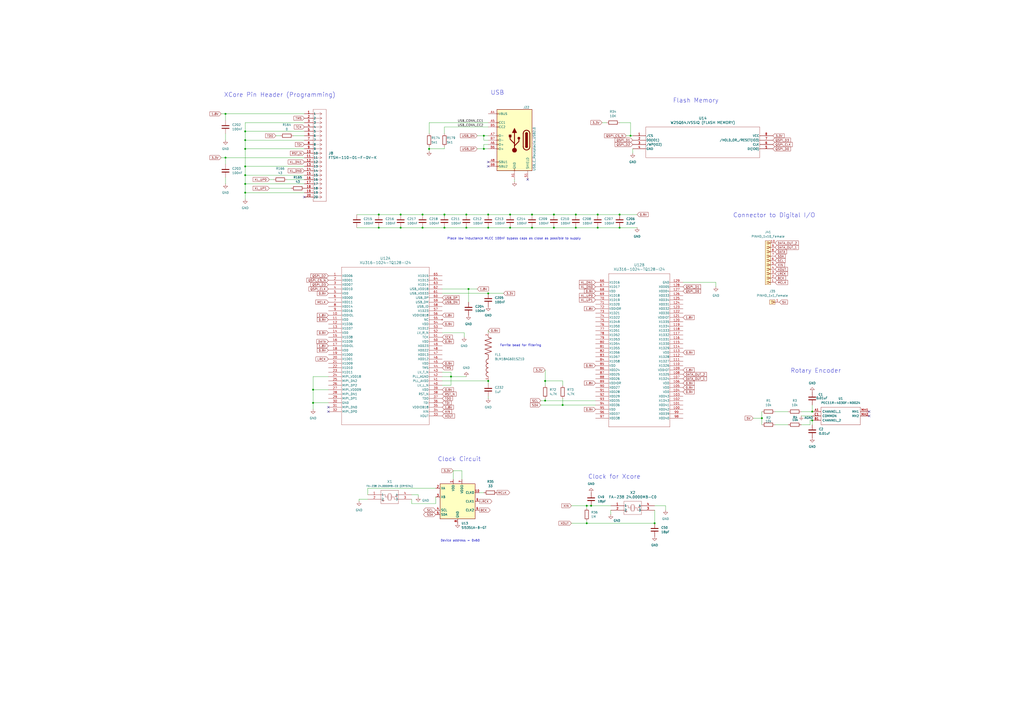
<source format=kicad_sch>
(kicad_sch (version 20231120) (generator "eeschema") (generator_version "8.0")
  (paper "A2")
  (title_block (title "XCORE") (company "Michael Meyers"))
  (junction (at 359.41 124.46))
  (junction (at 283.21 132.08))
  (junction (at 280.67 78.74))
  (junction (at 365.76 78.74))
  (junction (at 142.24 106.68))
  (junction (at 359.41 132.08))
  (junction (at 219.71 132.08))
  (junction (at 316.23 232.41))
  (junction (at 245.11 124.46))
  (junction (at 295.91 124.46))
  (junction (at 248.92 86.36))
  (junction (at 142.24 81.28))
  (junction (at 379.73 303.53))
  (junction (at 441.96 242.57))
  (junction (at 142.24 76.2))
  (junction (at 283.21 220.98))
  (junction (at 471.17 243.84))
  (junction (at 130.81 66.04))
  (junction (at 130.81 91.44))
  (junction (at 257.81 132.08))
  (junction (at 142.24 101.6))
  (junction (at 295.91 132.08))
  (junction (at 181.61 226.06))
  (junction (at 326.39 234.95))
  (junction (at 283.21 170.18))
  (junction (at 232.41 124.46))
  (junction (at 308.61 132.08))
  (junction (at 142.24 96.52))
  (junction (at 316.23 220.98))
  (junction (at 308.61 124.46))
  (junction (at 321.31 124.46))
  (junction (at 283.21 124.46))
  (junction (at 334.01 132.08))
  (junction (at 270.51 132.08))
  (junction (at 142.24 86.36))
  (junction (at 346.71 124.46))
  (junction (at 142.24 111.76))
  (junction (at 261.62 218.44))
  (junction (at 340.36 293.37))
  (junction (at 245.11 132.08))
  (junction (at 334.01 124.46))
  (junction (at 342.9 293.37))
  (junction (at 471.17 238.76))
  (junction (at 232.41 132.08))
  (junction (at 346.71 132.08))
  (junction (at 257.81 124.46))
  (junction (at 181.61 233.68))
  (junction (at 271.78 167.64))
  (junction (at 321.31 132.08))
  (junction (at 340.36 303.53))
  (junction (at 280.67 86.36))
  (junction (at 270.51 124.46))
  (junction (at 219.71 124.46))
  (no_connect (at 283.21 93.98))
  (no_connect (at 306.07 104.14))
  (no_connect (at 504.19 241.3))
  (no_connect (at 190.5 236.22))
  (no_connect (at 176.53 114.3))
  (no_connect (at 190.5 238.76))
  (no_connect (at 283.21 96.52))
  (no_connect (at 504.19 238.76))
  (wire (pts (xy 280.67 81.28) (xy 280.67 78.74)))
  (wire (pts (xy 359.41 124.46) (xy 369.57 124.46)))
  (wire (pts (xy 248.92 87.63) (xy 248.92 86.36)))
  (wire (pts (xy 321.31 132.08) (xy 334.01 132.08)))
  (wire (pts (xy 142.24 111.76) (xy 176.53 111.76)))
  (wire (pts (xy 326.39 231.14) (xy 326.39 234.95)))
  (wire (pts (xy 283.21 229.87) (xy 283.21 231.14)))
  (wire (pts (xy 142.24 96.52) (xy 142.24 101.6)))
  (wire (pts (xy 379.73 293.37) (xy 386.08 293.37)))
  (wire (pts (xy 295.91 132.08) (xy 308.61 132.08)))
  (wire (pts (xy 340.36 293.37) (xy 342.9 293.37)))
  (wire (pts (xy 181.61 226.06) (xy 181.61 233.68)))
  (wire (pts (xy 363.22 78.74) (xy 365.76 78.74)))
  (wire (pts (xy 142.24 86.36) (xy 142.24 96.52)))
  (wire (pts (xy 170.18 78.74) (xy 176.53 78.74)))
  (wire (pts (xy 316.23 214.63) (xy 316.23 220.98)))
  (wire (pts (xy 252.73 292.1) (xy 252.73 288.29)))
  (wire (pts (xy 156.21 109.22) (xy 168.91 109.22)))
  (wire (pts (xy 142.24 106.68) (xy 142.24 111.76)))
  (wire (pts (xy 396.24 163.83) (xy 415.29 163.83)))
  (wire (pts (xy 238.76 287.02) (xy 242.57 287.02)))
  (wire (pts (xy 248.92 77.47) (xy 248.92 71.12)))
  (wire (pts (xy 346.71 132.08) (xy 359.41 132.08)))
  (wire (pts (xy 316.23 220.98) (xy 326.39 220.98)))
  (wire (pts (xy 242.57 287.02) (xy 242.57 288.29)))
  (wire (pts (xy 283.21 220.98) (xy 256.54 220.98)))
  (wire (pts (xy 298.45 105.41) (xy 298.45 104.14)))
  (wire (pts (xy 276.86 78.74) (xy 280.67 78.74)))
  (wire (pts (xy 331.47 293.37) (xy 340.36 293.37)))
  (wire (pts (xy 436.88 242.57) (xy 441.96 242.57)))
  (wire (pts (xy 256.54 167.64) (xy 271.78 167.64)))
  (wire (pts (xy 248.92 86.36) (xy 248.92 85.09)))
  (wire (pts (xy 248.92 86.36) (xy 257.81 86.36)))
  (wire (pts (xy 313.69 234.95) (xy 326.39 234.95)))
  (wire (pts (xy 232.41 124.46) (xy 245.11 124.46)))
  (wire (pts (xy 257.81 73.66) (xy 283.21 73.66)))
  (wire (pts (xy 208.28 289.56) (xy 213.36 289.56)))
  (wire (pts (xy 471.17 243.84) (xy 471.17 246.38)))
  (wire (pts (xy 386.08 293.37) (xy 386.08 295.91)))
  (wire (pts (xy 142.24 76.2) (xy 142.24 81.28)))
  (wire (pts (xy 270.51 124.46) (xy 283.21 124.46)))
  (wire (pts (xy 142.24 71.12) (xy 142.24 76.2)))
  (wire (pts (xy 449.58 246.38) (xy 457.2 246.38)))
  (wire (pts (xy 340.36 293.37) (xy 340.36 294.64)))
  (wire (pts (xy 130.81 66.04) (xy 176.53 66.04)))
  (wire (pts (xy 142.24 96.52) (xy 176.53 96.52)))
  (wire (pts (xy 283.21 220.98) (xy 283.21 222.25)))
  (wire (pts (xy 464.82 246.38) (xy 469.9 246.38)))
  (wire (pts (xy 130.81 91.44) (xy 130.81 95.25)))
  (wire (pts (xy 326.39 234.95) (xy 345.44 234.95)))
  (wire (pts (xy 142.24 101.6) (xy 176.53 101.6)))
  (wire (pts (xy 261.62 218.44) (xy 270.51 218.44)))
  (wire (pts (xy 334.01 132.08) (xy 346.71 132.08)))
  (wire (pts (xy 181.61 233.68) (xy 181.61 237.49)))
  (wire (pts (xy 128.27 66.04) (xy 130.81 66.04)))
  (wire (pts (xy 245.11 132.08) (xy 257.81 132.08)))
  (wire (pts (xy 342.9 293.37) (xy 354.33 293.37)))
  (wire (pts (xy 232.41 132.08) (xy 245.11 132.08)))
  (wire (pts (xy 142.24 76.2) (xy 176.53 76.2)))
  (wire (pts (xy 257.81 124.46) (xy 270.51 124.46)))
  (wire (pts (xy 142.24 101.6) (xy 142.24 106.68)))
  (wire (pts (xy 308.61 132.08) (xy 321.31 132.08)))
  (wire (pts (xy 256.54 193.04) (xy 269.24 193.04)))
  (wire (pts (xy 256.54 223.52) (xy 261.62 223.52)))
  (wire (pts (xy 181.61 226.06) (xy 190.5 226.06)))
  (wire (pts (xy 257.81 132.08) (xy 270.51 132.08)))
  (wire (pts (xy 207.01 124.46) (xy 219.71 124.46)))
  (wire (pts (xy 190.5 233.68) (xy 181.61 233.68)))
  (wire (pts (xy 245.11 124.46) (xy 257.81 124.46)))
  (wire (pts (xy 283.21 83.82) (xy 280.67 83.82)))
  (wire (pts (xy 316.23 231.14) (xy 316.23 232.41)))
  (wire (pts (xy 261.62 215.9) (xy 261.62 218.44)))
  (wire (pts (xy 256.54 215.9) (xy 261.62 215.9)))
  (wire (pts (xy 308.61 124.46) (xy 321.31 124.46)))
  (wire (pts (xy 313.69 232.41) (xy 316.23 232.41)))
  (wire (pts (xy 280.67 78.74) (xy 283.21 78.74)))
  (wire (pts (xy 316.23 223.52) (xy 316.23 220.98)))
  (wire (pts (xy 415.29 163.83) (xy 415.29 166.37)))
  (wire (pts (xy 142.24 81.28) (xy 142.24 86.36)))
  (wire (pts (xy 334.01 124.46) (xy 346.71 124.46)))
  (wire (pts (xy 219.71 132.08) (xy 232.41 132.08)))
  (wire (pts (xy 379.73 303.53) (xy 379.73 295.91)))
  (wire (pts (xy 283.21 191.77) (xy 283.21 193.04)))
  (wire (pts (xy 441.96 242.57) (xy 441.96 246.38)))
  (wire (pts (xy 359.41 71.12) (xy 365.76 71.12)))
  (wire (pts (xy 176.53 71.12) (xy 142.24 71.12)))
  (wire (pts (xy 295.91 124.46) (xy 308.61 124.46)))
  (wire (pts (xy 292.1 170.18) (xy 283.21 170.18)))
  (wire (pts (xy 181.61 218.44) (xy 181.61 226.06)))
  (wire (pts (xy 321.31 124.46) (xy 334.01 124.46)))
  (wire (pts (xy 449.58 238.76) (xy 457.2 238.76)))
  (wire (pts (xy 130.81 102.87) (xy 130.81 106.68)))
  (wire (pts (xy 365.76 71.12) (xy 365.76 78.74)))
  (wire (pts (xy 280.67 86.36) (xy 283.21 86.36)))
  (wire (pts (xy 238.76 289.56) (xy 238.76 292.1)))
  (wire (pts (xy 267.97 273.05) (xy 262.89 273.05)))
  (wire (pts (xy 359.41 132.08) (xy 369.57 132.08)))
  (wire (pts (xy 269.24 193.04) (xy 269.24 195.58)))
  (wire (pts (xy 130.81 91.44) (xy 176.53 91.44)))
  (wire (pts (xy 142.24 86.36) (xy 176.53 86.36)))
  (wire (pts (xy 257.81 86.36) (xy 257.81 85.09)))
  (wire (pts (xy 471.17 234.95) (xy 471.17 238.76)))
  (wire (pts (xy 271.78 167.64) (xy 271.78 175.26)))
  (wire (pts (xy 256.54 170.18) (xy 283.21 170.18)))
  (wire (pts (xy 464.82 241.3) (xy 471.17 241.3)))
  (wire (pts (xy 283.21 81.28) (xy 280.67 81.28)))
  (wire (pts (xy 316.23 232.41) (xy 345.44 232.41)))
  (wire (pts (xy 270.51 132.08) (xy 283.21 132.08)))
  (wire (pts (xy 142.24 111.76) (xy 142.24 115.57)))
  (wire (pts (xy 271.78 167.64) (xy 276.86 167.64)))
  (wire (pts (xy 256.54 218.44) (xy 261.62 218.44)))
  (wire (pts (xy 130.81 77.47) (xy 130.81 81.28)))
  (wire (pts (xy 166.37 104.14) (xy 176.53 104.14)))
  (wire (pts (xy 262.89 273.05) (xy 262.89 278.13)))
  (wire (pts (xy 142.24 81.28) (xy 176.53 81.28)))
  (wire (pts (xy 367.03 86.36) (xy 367.03 88.9)))
  (wire (pts (xy 441.96 242.57) (xy 441.96 238.76)))
  (wire (pts (xy 349.25 71.12) (xy 351.79 71.12)))
  (wire (pts (xy 283.21 124.46) (xy 295.91 124.46)))
  (wire (pts (xy 248.92 71.12) (xy 283.21 71.12)))
  (wire (pts (xy 207.01 132.08) (xy 219.71 132.08)))
  (wire (pts (xy 219.71 124.46) (xy 232.41 124.46)))
  (wire (pts (xy 257.81 77.47) (xy 257.81 73.66)))
  (wire (pts (xy 331.47 303.53) (xy 340.36 303.53)))
  (wire (pts (xy 160.02 78.74) (xy 162.56 78.74)))
  (wire (pts (xy 208.28 289.56) (xy 208.28 290.83)))
  (wire (pts (xy 469.9 246.38) (xy 469.9 243.84)))
  (wire (pts (xy 346.71 124.46) (xy 359.41 124.46)))
  (wire (pts (xy 278.13 285.75) (xy 280.67 285.75)))
  (wire (pts (xy 213.36 283.21) (xy 252.73 283.21)))
  (wire (pts (xy 365.76 78.74) (xy 367.03 78.74)))
  (wire (pts (xy 280.67 83.82) (xy 280.67 86.36)))
  (wire (pts (xy 326.39 220.98) (xy 326.39 223.52)))
  (wire (pts (xy 257.81 124.46) (xy 257.81 125.73)))
  (wire (pts (xy 340.36 302.26) (xy 340.36 303.53)))
  (wire (pts (xy 464.82 238.76) (xy 471.17 238.76)))
  (wire (pts (xy 469.9 243.84) (xy 471.17 243.84)))
  (wire (pts (xy 142.24 106.68) (xy 176.53 106.68)))
  (wire (pts (xy 276.86 86.36) (xy 280.67 86.36)))
  (wire (pts (xy 340.36 303.53) (xy 379.73 303.53)))
  (wire (pts (xy 213.36 287.02) (xy 213.36 283.21)))
  (wire (pts (xy 354.33 295.91) (xy 354.33 298.45)))
  (wire (pts (xy 283.21 132.08) (xy 295.91 132.08)))
  (wire (pts (xy 130.81 66.04) (xy 130.81 69.85)))
  (wire (pts (xy 238.76 292.1) (xy 252.73 292.1)))
  (wire (pts (xy 190.5 218.44) (xy 181.61 218.44)))
  (wire (pts (xy 267.97 278.13) (xy 267.97 273.05)))
  (wire (pts (xy 156.21 104.14) (xy 158.75 104.14)))
  (wire (pts (xy 261.62 223.52) (xy 261.62 218.44)))
  (wire (pts (xy 128.27 91.44) (xy 130.81 91.44)))
  (text "Connector to Digital I/O" (at 449.072 124.968 0) (effects (font (size 2.54 2.54))))
  (text "Flash Memory" (at 403.606 58.42 0) (effects (font (size 2.54 2.54))))
  (text "Clock for Xcore\n" (at 356.362 276.606 0) (effects (font (size 2.54 2.54))))
  (text "XCore Pin Header (Programming)" (at 162.306 55.118 0) (effects (font (size 2.54 2.54))))
  (text "Place low inductance MLCC 100nF bypass caps as close as possible to supply" (at 298.196 138.43 0) (effects (font (size 1.27 1.27))))
  (text "Clock Circuit" (at 266.446 266.446 0) (effects (font (size 2.54 2.54))))
  (text "Ferrite bead for filtering\n" (at 302.006 200.406 0) (effects (font (size 1.27 1.27))))
  (text "USB" (at 288.544 53.848 0) (effects (font (size 2.54 2.54))))
  (text "Device address = 0x60" (at 266.954 313.69 0) (effects (font (size 1.27 1.27))))
  (text "Rotary Encoder" (at 473.202 215.138 0) (effects (font (size 2.54 2.54))))
  (label "USB_CONN_CC2" (at 265.43 73.66 0))
  (label "USB_CONN_CC1" (at 265.43 71.12 0))
  (global_label "MCLK" (shape output) (at 288.29 285.75 0) (property "Intersheetrefs" "${INTERSHEET_REFS}" (effects (hide yes))))
  (global_label "XL_UP0" (shape input) (at 345.44 171.45 180) (property "Intersheetrefs" "${INTERSHEET_REFS}" (effects (hide yes))))
  (global_label "1.8V" (shape input) (at 345.44 179.07 180) (property "Intersheetrefs" "${INTERSHEET_REFS}" (effects (hide yes))))
  (global_label "TMS" (shape input) (at 176.53 68.58 180) (property "Intersheetrefs" "${INTERSHEET_REFS}" (effects (hide yes))))
  (global_label "TDO" (shape input) (at 160.02 78.74 180) (property "Intersheetrefs" "${INTERSHEET_REFS}" (effects (hide yes))))
  (global_label "XIN" (shape input) (at 256.54 238.76 0) (property "Intersheetrefs" "${INTERSHEET_REFS}" (effects (hide yes))))
  (global_label "3.3V" (shape input) (at 292.1 170.18 0) (property "Intersheetrefs" "${INTERSHEET_REFS}" (effects (hide yes))))
  (global_label "DATA_OUT_1" (shape input) (at 396.24 219.71 0) (property "Intersheetrefs" "${INTERSHEET_REFS}" (effects (hide yes))))
  (global_label "0.9V" (shape input) (at 396.24 222.25 0) (property "Intersheetrefs" "${INTERSHEET_REFS}" (effects (hide yes))))
  (global_label "0.9V" (shape input) (at 345.44 168.91 180) (property "Intersheetrefs" "${INTERSHEET_REFS}" (effects (hide yes))))
  (global_label "3.3V" (shape input) (at 316.23 214.63 180) (property "Intersheetrefs" "${INTERSHEET_REFS}" (effects (hide yes))))
  (global_label "0.9V" (shape input) (at 190.5 193.04 180) (property "Intersheetrefs" "${INTERSHEET_REFS}" (effects (hide yes))))
  (global_label "DATA_OUT_2" (shape input) (at 396.24 217.17 0) (property "Intersheetrefs" "${INTERSHEET_REFS}" (effects (hide yes))))
  (global_label "SCL" (shape input) (at 313.69 232.41 180) (property "Intersheetrefs" "${INTERSHEET_REFS}" (effects (hide yes))))
  (global_label "TCK" (shape input) (at 256.54 195.58 0) (property "Intersheetrefs" "${INTERSHEET_REFS}" (effects (hide yes))))
  (global_label "5V" (shape input) (at 452.12 175.26 0) (property "Intersheetrefs" "${INTERSHEET_REFS}" (effects (hide yes))))
  (global_label "TDO" (shape input) (at 256.54 231.14 0) (property "Intersheetrefs" "${INTERSHEET_REFS}" (effects (hide yes))))
  (global_label "SDA" (shape input) (at 313.69 234.95 180) (property "Intersheetrefs" "${INTERSHEET_REFS}" (effects (hide yes))))
  (global_label "MCLK" (shape input) (at 449.58 163.83 0) (property "Intersheetrefs" "${INTERSHEET_REFS}" (effects (hide yes))))
  (global_label "QSPI_D0" (shape input) (at 396.24 168.91 0) (property "Intersheetrefs" "${INTERSHEET_REFS}" (effects (hide yes))))
  (global_label "3.3V" (shape input) (at 262.89 273.05 180) (property "Intersheetrefs" "${INTERSHEET_REFS}" (effects (hide yes))))
  (global_label "LRCK" (shape input) (at 449.58 158.75 0) (property "Intersheetrefs" "${INTERSHEET_REFS}" (effects (hide yes))))
  (global_label "QSPI_CS_N" (shape input) (at 363.22 78.74 180) (property "Intersheetrefs" "${INTERSHEET_REFS}" (effects (hide yes))))
  (global_label "3.3V" (shape input) (at 448.31 78.74 0) (property "Intersheetrefs" "${INTERSHEET_REFS}" (effects (hide yes))))
  (global_label "XOUT" (shape input) (at 256.54 241.3 0) (property "Intersheetrefs" "${INTERSHEET_REFS}" (effects (hide yes))))
  (global_label "1.8V" (shape input) (at 396.24 184.15 0) (property "Intersheetrefs" "${INTERSHEET_REFS}" (effects (hide yes))))
  (global_label "XOUT" (shape input) (at 331.47 303.53 180) (property "Intersheetrefs" "${INTERSHEET_REFS}" (effects (hide yes))))
  (global_label "QSPI_CLK" (shape input) (at 448.31 83.82 0) (property "Intersheetrefs" "${INTERSHEET_REFS}" (effects (hide yes))))
  (global_label "0.9V" (shape input) (at 369.57 124.46 0) (property "Intersheetrefs" "${INTERSHEET_REFS}" (effects (hide yes))))
  (global_label "1.8V" (shape input) (at 396.24 214.63 0) (property "Intersheetrefs" "${INTERSHEET_REFS}" (effects (hide yes))))
  (global_label "1.8V" (shape input) (at 128.27 66.04 180) (property "Intersheetrefs" "${INTERSHEET_REFS}" (effects (hide yes))))
  (global_label "XOUT" (shape input) (at 449.58 156.21 0) (property "Intersheetrefs" "${INTERSHEET_REFS}" (effects (hide yes))))
  (global_label "QSPI_CLK" (shape input) (at 190.5 167.64 180) (property "Intersheetrefs" "${INTERSHEET_REFS}" (effects (hide yes))))
  (global_label "BCK" (shape output) (at 278.13 295.91 0) (property "Intersheetrefs" "${INTERSHEET_REFS}" (effects (hide yes))))
  (global_label "1.8V" (shape input) (at 190.5 200.66 180) (property "Intersheetrefs" "${INTERSHEET_REFS}" (effects (hide yes))))
  (global_label "SDA" (shape bidirectional) (at 252.73 298.45 180) (property "Intersheetrefs" "${INTERSHEET_REFS}" (effects (hide yes))))
  (global_label "XL_DN0" (shape input) (at 345.44 166.37 180) (property "Intersheetrefs" "${INTERSHEET_REFS}" (effects (hide yes))))
  (global_label "LRCK" (shape output) (at 278.13 290.83 0) (property "Intersheetrefs" "${INTERSHEET_REFS}" (effects (hide yes))))
  (global_label "TMS" (shape input) (at 256.54 213.36 0) (property "Intersheetrefs" "${INTERSHEET_REFS}" (effects (hide yes))))
  (global_label "0.9V" (shape input) (at 396.24 224.79 0) (property "Intersheetrefs" "${INTERSHEET_REFS}" (effects (hide yes))))
  (global_label "0.9V" (shape input) (at 345.44 237.49 180) (property "Intersheetrefs" "${INTERSHEET_REFS}" (effects (hide yes))))
  (global_label "1.8V" (shape input) (at 256.54 182.88 0) (property "Intersheetrefs" "${INTERSHEET_REFS}" (effects (hide yes))))
  (global_label "QSPI_CS_N" (shape input) (at 190.5 162.56 180) (property "Intersheetrefs" "${INTERSHEET_REFS}" (effects (hide yes))))
  (global_label "QSPI_D2" (shape input) (at 367.03 83.82 180) (property "Intersheetrefs" "${INTERSHEET_REFS}" (effects (hide yes))))
  (global_label "DATA_OUT_1" (shape input) (at 449.58 143.51 0) (property "Intersheetrefs" "${INTERSHEET_REFS}" (effects (hide yes))))
  (global_label "XIN" (shape input) (at 449.58 153.67 0) (property "Intersheetrefs" "${INTERSHEET_REFS}" (effects (hide yes))))
  (global_label "DATA_OUT_2" (shape input) (at 449.58 140.97 0) (property "Intersheetrefs" "${INTERSHEET_REFS}" (effects (hide yes))))
  (global_label "RST_N" (shape input) (at 176.53 88.9 180) (property "Intersheetrefs" "${INTERSHEET_REFS}" (effects (hide yes))))
  (global_label "5V" (shape input) (at 436.88 242.57 180) (property "Intersheetrefs" "${INTERSHEET_REFS}" (effects (hide yes))))
  (global_label "XIN" (shape input) (at 331.47 293.37 180) (property "Intersheetrefs" "${INTERSHEET_REFS}" (effects (hide yes))))
  (global_label "1.8V" (shape input) (at 190.5 182.88 180) (property "Intersheetrefs" "${INTERSHEET_REFS}" (effects (hide yes))))
  (global_label "XL_UP0" (shape input) (at 156.21 104.14 180) (property "Intersheetrefs" "${INTERSHEET_REFS}" (effects (hide yes))))
  (global_label "QSPI_D3" (shape input) (at 448.31 81.28 0) (property "Intersheetrefs" "${INTERSHEET_REFS}" (effects (hide yes))))
  (global_label "QSPI_D1" (shape input) (at 396.24 166.37 0) (property "Intersheetrefs" "${INTERSHEET_REFS}" (effects (hide yes))))
  (global_label "0.9V" (shape input) (at 283.21 191.77 0) (property "Intersheetrefs" "${INTERSHEET_REFS}" (effects (hide yes))))
  (global_label "1.8V" (shape input) (at 276.86 167.64 0) (property "Intersheetrefs" "${INTERSHEET_REFS}" (effects (hide yes))))
  (global_label "SCL" (shape input) (at 449.58 151.13 0) (property "Intersheetrefs" "${INTERSHEET_REFS}" (effects (hide yes))))
  (global_label "USB_DP" (shape input) (at 256.54 172.72 0) (property "Intersheetrefs" "${INTERSHEET_REFS}" (effects (hide yes))))
  (global_label "0.9V" (shape input) (at 190.5 203.2 180) (property "Intersheetrefs" "${INTERSHEET_REFS}" (effects (hide yes))))
  (global_label "0.9V" (shape input) (at 256.54 210.82 0) (property "Intersheetrefs" "${INTERSHEET_REFS}" (effects (hide yes))))
  (global_label "3.3V" (shape input) (at 349.25 71.12 180) (property "Intersheetrefs" "${INTERSHEET_REFS}" (effects (hide yes))))
  (global_label "0.9V" (shape input) (at 345.44 212.09 180) (property "Intersheetrefs" "${INTERSHEET_REFS}" (effects (hide yes))))
  (global_label "QSPI_D2" (shape input) (at 190.5 160.02 180) (property "Intersheetrefs" "${INTERSHEET_REFS}" (effects (hide yes))))
  (global_label "TCK" (shape input) (at 176.53 73.66 180) (property "Intersheetrefs" "${INTERSHEET_REFS}" (effects (hide yes))))
  (global_label "0.9V" (shape input) (at 396.24 204.47 0) (property "Intersheetrefs" "${INTERSHEET_REFS}" (effects (hide yes))))
  (global_label "BCK" (shape input) (at 449.58 161.29 0) (property "Intersheetrefs" "${INTERSHEET_REFS}" (effects (hide yes))))
  (global_label "RST_N" (shape input) (at 256.54 228.6 0) (property "Intersheetrefs" "${INTERSHEET_REFS}" (effects (hide yes))))
  (global_label "SDA" (shape input) (at 449.58 148.59 0) (property "Intersheetrefs" "${INTERSHEET_REFS}" (effects (hide yes))))
  (global_label "1.8V" (shape input) (at 256.54 236.22 0) (property "Intersheetrefs" "${INTERSHEET_REFS}" (effects (hide yes))))
  (global_label "TDI" (shape input) (at 256.54 233.68 0) (property "Intersheetrefs" "${INTERSHEET_REFS}" (effects (hide yes))))
  (global_label "0.9V" (shape input) (at 256.54 187.96 0) (property "Intersheetrefs" "${INTERSHEET_REFS}" (effects (hide yes))))
  (global_label "QSPI_D0" (shape input) (at 448.31 86.36 0) (property "Intersheetrefs" "${INTERSHEET_REFS}" (effects (hide yes))))
  (global_label "XL_DN1" (shape input) (at 176.53 93.98 180) (property "Intersheetrefs" "${INTERSHEET_REFS}" (effects (hide yes))))
  (global_label "XL_DN0" (shape input) (at 176.53 99.06 180) (property "Intersheetrefs" "${INTERSHEET_REFS}" (effects (hide yes))))
  (global_label "SCL" (shape bidirectional) (at 252.73 295.91 180) (property "Intersheetrefs" "${INTERSHEET_REFS}" (effects (hide yes))))
  (global_label "TDI" (shape input) (at 176.53 83.82 180) (property "Intersheetrefs" "${INTERSHEET_REFS}" (effects (hide yes))))
  (global_label "USB_DP" (shape input) (at 276.86 86.36 180) (property "Intersheetrefs" "${INTERSHEET_REFS}" (effects (hide yes))))
  (global_label "3.3V" (shape input) (at 128.27 91.44 180) (property "Intersheetrefs" "${INTERSHEET_REFS}" (effects (hide yes))))
  (global_label "0.9V" (shape input) (at 256.54 226.06 0) (property "Intersheetrefs" "${INTERSHEET_REFS}" (effects (hide yes))))
  (global_label "XL_UP1" (shape input) (at 156.21 109.22 180) (property "Intersheetrefs" "${INTERSHEET_REFS}" (effects (hide yes))))
  (global_label "USB_DN" (shape input) (at 276.86 78.74 180) (property "Intersheetrefs" "${INTERSHEET_REFS}" (effects (hide yes))))
  (global_label "MCLK" (shape input) (at 190.5 175.26 180) (property "Intersheetrefs" "${INTERSHEET_REFS}" (effects (hide yes))))
  (global_label "0.9V" (shape input) (at 396.24 227.33 0) (property "Intersheetrefs" "${INTERSHEET_REFS}" (effects (hide yes))))
  (global_label "QSPI_D3" (shape input) (at 190.5 165.1 180) (property "Intersheetrefs" "${INTERSHEET_REFS}" (effects (hide yes))))
  (global_label "USB_DN" (shape input) (at 256.54 175.26 0) (property "Intersheetrefs" "${INTERSHEET_REFS}" (effects (hide yes))))
  (global_label "0.9V" (shape input) (at 190.5 185.42 180) (property "Intersheetrefs" "${INTERSHEET_REFS}" (effects (hide yes))))
  (global_label "LRCK" (shape input) (at 190.5 208.28 180) (property "Intersheetrefs" "${INTERSHEET_REFS}" (effects (hide yes))))
  (global_label "QSPI_D1" (shape input) (at 367.03 81.28 180) (property "Intersheetrefs" "${INTERSHEET_REFS}" (effects (hide yes))))
  (global_label "XL_DN1" (shape input) (at 345.44 163.83 180) (property "Intersheetrefs" "${INTERSHEET_REFS}" (effects (hide yes))))
  (global_label "1.8V" (shape input) (at 345.44 222.25 180) (property "Intersheetrefs" "${INTERSHEET_REFS}" (effects (hide yes))))
  (global_label "DATA" (shape input) (at 449.58 146.05 0) (property "Intersheetrefs" "${INTERSHEET_REFS}" (effects (hide yes))))
  (global_label "XL_UP1" (shape input) (at 345.44 173.99 180) (property "Intersheetrefs" "${INTERSHEET_REFS}" (effects (hide yes))))
  (global_label "0.9V" (shape input) (at 256.54 198.12 0) (property "Intersheetrefs" "${INTERSHEET_REFS}" (effects (hide yes))))
  (global_label "0.9V" (shape input) (at 190.5 170.18 180) (property "Intersheetrefs" "${INTERSHEET_REFS}" (effects (hide yes))))
  (global_label "DATA" (shape input) (at 190.5 198.12 180) (property "Intersheetrefs" "${INTERSHEET_REFS}" (effects (hide yes))))
  (symbol (lib_id "Device:C") (at 219.71 128.27 0) (unit 1) (on_board no)
    (property "Reference" "C216" (at 223.52 126.9999 0) (effects (justify left)))
    (property "Value" "100nF" (at 223.52 129.5399 0) (effects (justify left)))
    (property "Footprint" "Capacitor_SMD:C_0603_1608Metric_Pad1.08x0.95mm_HandSolder" (effects (hide yes)))
    (property "Description" "Unpolarized capacitor" (effects (hide yes)))
  )
  (symbol (lib_id "Device:C") (at 342.9 289.56 0) (unit 1) (on_board no)
    (property "Reference" "C49" (at 346.71 288.2899 0) (effects (justify left)))
    (property "Value" "18pF" (at 346.71 290.8299 0) (effects (justify left)))
    (property "Footprint" "Capacitor_SMD:C_0603_1608Metric_Pad1.08x0.95mm_HandSolder" (effects (hide yes)))
    (property "Description" "Unpolarized capacitor" (effects (hide yes)))
  )
  (symbol (lib_id "power:GND") (at 342.9 285.75 180) (unit 1) (on_board no)
    (property "Reference" "#PWR050" (effects (hide yes)))
    (property "Value" "GND" (at 342.9 280.67 0))
    (property "Description" "Power symbol creates a global label with name \"GND\" , ground" (effects (hide yes)))
  )
  (symbol (lib_id "SDLibrary:BLM18AG601SZ1D") (at 283.21 205.74 90) (unit 1) (on_board no)
    (property "Reference" "FL1" (at 287.02 205.7399 90) (effects (justify right)))
    (property "Value" "BLM18AG601SZ1D" (at 287.02 208.2799 90) (effects (justify right)))
    (property "Footprint" "SamacSys_Parts:BLM18SP221SN1B" (effects (hide yes)))
  )
  (symbol (lib_id "Device:C") (at 346.71 128.27 0) (unit 1) (on_board no)
    (property "Reference" "C207" (at 350.52 126.9999 0) (effects (justify left)))
    (property "Value" "100nF" (at 350.52 129.5399 0) (effects (justify left)))
    (property "Footprint" "Capacitor_SMD:C_0603_1608Metric_Pad1.08x0.95mm_HandSolder" (effects (hide yes)))
    (property "Description" "Unpolarized capacitor" (effects (hide yes)))
  )
  (symbol (lib_id "SDLibrary:XU316-1024-TQ128-I24") (at 345.44 163.83 0) (unit 2) (on_board no)
    (property "Reference" "U12" (at 370.84 153.67 0) (effects (font (size 1.524 1.524))))
    (property "Value" "XU316-1024-TQ128-I24" (at 370.84 156.21 0) (effects (font (size 1.524 1.524))))
    (property "Footprint" "SamacSys_Parts:TQFP128_196X196_XMO" (effects (hide yes)))
    (property "Datasheet" "XU316-1024-TQ128-I24" (effects (hide yes)))
  )
  (symbol (lib_id "Device:C") (at 257.81 128.27 0) (unit 1) (on_board no)
    (property "Reference" "C211" (at 261.62 126.9999 0) (effects (justify left)))
    (property "Value" "100nF" (at 261.62 129.5399 0) (effects (justify left)))
    (property "Footprint" "Capacitor_SMD:C_0603_1608Metric_Pad1.08x0.95mm_HandSolder" (effects (hide yes)))
    (property "Description" "Unpolarized capacitor" (effects (hide yes)))
  )
  (symbol (lib_id "power:GND") (at 271.78 182.88 0) (unit 1) (on_board no)
    (property "Reference" "#PWR0206" (effects (hide yes)))
    (property "Value" "GND" (at 271.78 187.96 0))
    (property "Description" "Power symbol creates a global label with name \"GND\" , ground" (effects (hide yes)))
  )
  (symbol (lib_id "Device:C") (at 207.01 128.27 0) (unit 1) (on_board no)
    (property "Reference" "C215" (at 210.82 126.9999 0) (effects (justify left)))
    (property "Value" "100nF" (at 210.82 129.5399 0) (effects (justify left)))
    (property "Footprint" "Capacitor_SMD:C_0603_1608Metric_Pad1.08x0.95mm_HandSolder" (effects (hide yes)))
    (property "Description" "Unpolarized capacitor" (effects (hide yes)))
  )
  (symbol (lib_id "power:GND") (at 269.24 195.58 0) (unit 1) (on_board no)
    (property "Reference" "#PWR0104" (effects (hide yes)))
    (property "Value" "GND" (at 269.24 200.66 0))
    (property "Description" "Power symbol creates a global label with name \"GND\" , ground" (effects (hide yes)))
  )
  (symbol (lib_id "Device:R") (at 445.77 246.38 90) (unit 1) (on_board no)
    (property "Reference" "R2" (at 445.77 242.316 90))
    (property "Value" "10k" (at 445.77 244.348 90))
    (property "Footprint" "Resistor_SMD:R_0805_2012Metric" (effects (hide yes)))
    (property "Description" "Resistor" (effects (hide yes)))
  )
  (symbol (lib_id "power:GND") (at 298.45 105.41 0) (mirror y) (unit 1) (on_board no)
    (property "Reference" "#PWR0221" (effects (hide yes)))
    (property "Value" "GND" (effects (hide yes)))
  )
  (symbol (lib_id "power:GND") (at 415.29 166.37 0) (unit 1) (on_board no)
    (property "Reference" "#PWR0212" (effects (hide yes)))
    (property "Value" "GND" (at 415.29 171.45 0))
    (property "Description" "Power symbol creates a global label with name \"GND\" , ground" (effects (hide yes)))
  )
  (symbol (lib_id "power:GND") (at 354.33 298.45 0) (unit 1) (on_board no)
    (property "Reference" "#PWR0201" (effects (hide yes)))
    (property "Value" "GND" (at 357.886 302.006 0))
    (property "Description" "Power symbol creates a global label with name \"GND\" , ground" (effects (hide yes)))
  )
  (symbol (lib_id "power:GND") (at 130.81 106.68 0) (unit 1) (on_board no)
    (property "Reference" "#PWR0203" (effects (hide yes)))
    (property "Value" "GND" (at 130.81 111.76 0))
    (property "Description" "Power symbol creates a global label with name \"GND\" , ground" (effects (hide yes)))
  )
  (symbol (lib_id "Device:R") (at 316.23 227.33 180) (unit 1) (on_board no)
    (property "Reference" "R72" (at 318.77 226.0599 0) (effects (justify right)))
    (property "Value" "4.7K" (at 318.77 228.5999 0) (effects (justify right)))
    (property "Footprint" "Resistor_SMD:R_0805_2012Metric" (effects (hide yes)))
    (property "Description" "Resistor" (effects (hide yes)))
  )
  (symbol (lib_id "Device:C") (at 270.51 128.27 0) (unit 1) (on_board no)
    (property "Reference" "C212" (at 274.32 126.9999 0) (effects (justify left)))
    (property "Value" "100nF" (at 274.32 129.5399 0) (effects (justify left)))
    (property "Footprint" "Capacitor_SMD:C_0603_1608Metric_Pad1.08x0.95mm_HandSolder" (effects (hide yes)))
    (property "Description" "Unpolarized capacitor" (effects (hide yes)))
  )
  (symbol (lib_id "Device:C") (at 245.11 128.27 0) (unit 1) (on_board no)
    (property "Reference" "C218" (at 248.92 126.9999 0) (effects (justify left)))
    (property "Value" "100nF" (at 248.92 129.5399 0) (effects (justify left)))
    (property "Footprint" "Capacitor_SMD:C_0603_1608Metric_Pad1.08x0.95mm_HandSolder" (effects (hide yes)))
    (property "Description" "Unpolarized capacitor" (effects (hide yes)))
  )
  (symbol (lib_id "power:GND") (at 283.21 231.14 0) (unit 1) (on_board no)
    (property "Reference" "#PWR0208" (effects (hide yes)))
    (property "Value" "GND" (at 283.21 236.22 0))
    (property "Description" "Power symbol creates a global label with name \"GND\" , ground" (effects (hide yes)))
  )
  (symbol (lib_id "Device:R") (at 355.6 71.12 90) (unit 1) (on_board no)
    (property "Reference" "R34" (at 355.6 64.77 90))
    (property "Value" "10K" (at 355.6 67.31 90))
    (property "Footprint" "Resistor_SMD:R_0805_2012Metric" (effects (hide yes)))
    (property "Description" "Resistor" (effects (hide yes)))
  )
  (symbol (lib_id "Device:R") (at 461.01 246.38 90) (unit 1) (on_board no)
    (property "Reference" "R4" (at 461.264 242.062 90))
    (property "Value" "10k" (at 461.264 243.586 90))
    (property "Footprint" "Resistor_SMD:R_0805_2012Metric" (effects (hide yes)))
    (property "Description" "Resistor" (effects (hide yes)))
  )
  (symbol (lib_id "power:GND") (at 367.03 88.9 0) (unit 1) (on_board no)
    (property "Reference" "#PWR049" (effects (hide yes)))
    (property "Value" "GND" (at 367.03 93.98 0))
    (property "Description" "Power symbol creates a global label with name \"GND\" , ground" (effects (hide yes)))
  )
  (symbol (lib_id "Oscillator:Si5351A-B-GT") (at 265.43 290.83 0) (unit 1) (on_board no)
    (property "Reference" "U13" (at 267.6241 303.53 0) (effects (justify left)))
    (property "Value" "Si5351A-B-GT" (at 267.6241 306.07 0) (effects (justify left)))
    (property "Footprint" "Package_SO:MSOP-10_3x3mm_P0.5mm" (effects (hide yes)))
    (property "Datasheet" "https://www.silabs.com/documents/public/data-sheets/Si5351-B.pdf" (effects (hide yes)))
    (property "Description" "I2C Programmable Any-Frequency CMOS Clock Generator, MSOP-8" (effects (hide yes)))
  )
  (symbol (lib_id "Device:C") (at 232.41 128.27 0) (unit 1) (on_board no)
    (property "Reference" "C217" (at 236.22 126.9999 0) (effects (justify left)))
    (property "Value" "100nF" (at 236.22 129.5399 0) (effects (justify left)))
    (property "Footprint" "Capacitor_SMD:C_0603_1608Metric_Pad1.08x0.95mm_HandSolder" (effects (hide yes)))
    (property "Description" "Unpolarized capacitor" (effects (hide yes)))
  )
  (symbol (lib_id "Device:C") (at 295.91 128.27 0) (unit 1) (on_board no)
    (property "Reference" "C214" (at 299.72 126.9999 0) (effects (justify left)))
    (property "Value" "100nF" (at 299.72 129.5399 0) (effects (justify left)))
    (property "Footprint" "Capacitor_SMD:C_0603_1608Metric_Pad1.08x0.95mm_HandSolder" (effects (hide yes)))
    (property "Description" "Unpolarized capacitor" (effects (hide yes)))
  )
  (symbol (lib_id "power:GND") (at 142.24 115.57 0) (unit 1) (on_board no)
    (property "Reference" "#PWR0202" (effects (hide yes)))
    (property "Value" "GND" (at 142.24 120.65 0))
    (property "Description" "Power symbol creates a global label with name \"GND\" , ground" (effects (hide yes)))
  )
  (symbol (lib_id "power:GND") (at 283.21 177.8 0) (unit 1) (on_board no)
    (property "Reference" "#PWR0207" (effects (hide yes)))
    (property "Value" "GND" (at 283.21 182.88 0))
    (property "Description" "Power symbol creates a global label with name \"GND\" , ground" (effects (hide yes)))
  )
  (symbol (lib_id "SDLibrary:FTSH-110-01-F-DV-K") (at 176.53 66.04 0) (unit 1) (on_board no)
    (property "Reference" "J8" (at 190.5 88.8999 0) (effects (font (size 1.524 1.524)) (justify left)))
    (property "Value" "FTSH-110-01-F-DV-K" (at 190.5 91.4399 0) (effects (font (size 1.524 1.524)) (justify left)))
    (property "Footprint" "SamacSys_Parts:FTSH-110-XX-YYY-DV-K" (effects (hide yes)))
    (property "Datasheet" "FTSH-110-01-F-DV-K" (effects (hide yes)))
  )
  (symbol (lib_id "Device:R") (at 445.77 238.76 90) (unit 1) (on_board no)
    (property "Reference" "R1" (at 445.77 232.41 90))
    (property "Value" "10k" (at 445.77 234.95 90))
    (property "Footprint" "Resistor_SMD:R_0805_2012Metric" (effects (hide yes)))
    (property "Description" "Resistor" (effects (hide yes)))
  )
  (symbol (lib_id "Device:C") (at 308.61 128.27 0) (unit 1) (on_board no)
    (property "Reference" "C209" (at 312.42 126.9999 0) (effects (justify left)))
    (property "Value" "100nF" (at 312.42 129.5399 0) (effects (justify left)))
    (property "Footprint" "Capacitor_SMD:C_0603_1608Metric_Pad1.08x0.95mm_HandSolder" (effects (hide yes)))
    (property "Description" "Unpolarized capacitor" (effects (hide yes)))
  )
  (symbol (lib_id "power:GND") (at 242.57 288.29 0) (unit 1) (on_board no)
    (property "Reference" "#PWR047" (effects (hide yes)))
    (property "Value" "GND" (at 246.888 290.322 0))
    (property "Description" "Power symbol creates a global label with name \"GND\" , ground" (effects (hide yes)))
  )
  (symbol (lib_id "power:GND") (at 386.08 295.91 0) (unit 1) (on_board no)
    (property "Reference" "#PWR090" (effects (hide yes)))
    (property "Value" "GND" (at 386.08 300.99 0))
    (property "Description" "Power symbol creates a global label with name \"GND\" , ground" (effects (hide yes)))
  )
  (symbol (lib_id "Connector:USB_C_Receptacle_USB2.0") (at 298.45 81.28 0) (mirror y) (unit 1) (on_board no)
    (property "Reference" "J22" (at 303.53 62.23 0) (effects (justify right)))
    (property "Value" "USB_C_Receptacle_USB2.0" (at 309.88 73.66 90) (effects (justify right)))
    (property "Footprint" "Connector_USB:USB_C_Receptacle_HRO_TYPE-C-31-M-12" (effects (hide yes)))
    (property "Datasheet" "https://www.usb.org/sites/default/files/documents/usb_type-c.zip" (effects (hide yes)))
  )
  (symbol (lib_id "Device:R") (at 248.92 81.28 0) (unit 1) (on_board no)
    (property "Reference" "R174" (at 250.19 80.01 0) (effects (justify left)))
    (property "Value" "5k1" (at 250.19 82.55 0) (effects (justify left)))
    (property "Footprint" "Resistor_SMD:R_0402_1005Metric" (effects (hide yes)))
  )
  (symbol (lib_id "Device:R") (at 166.37 78.74 90) (unit 1) (on_board no)
    (property "Reference" "R164" (at 166.37 72.39 90))
    (property "Value" "0" (at 166.37 74.93 90))
    (property "Footprint" "Resistor_SMD:R_0805_2012Metric" (effects (hide yes)))
    (property "Description" "Resistor" (effects (hide yes)))
  )
  (symbol (lib_id "SDLibrary:W25Q64JVSSIQ") (at 367.03 78.74 0) (unit 1) (on_board no)
    (property "Reference" "U14" (at 407.67 68.58 0) (effects (font (size 1.524 1.524))))
    (property "Value" "W25Q64JVSSIQ (FLASH MEMORY)" (at 407.67 71.12 0) (effects (font (size 1.524 1.524))))
    (property "Footprint" "SamacSys_Parts:SOIC-8_5P28X5P28_WIN" (effects (hide yes)))
    (property "Datasheet" "W25Q64JVSSIQ" (effects (hide yes)))
  )
  (symbol (lib_id "power:GND") (at 265.43 303.53 0) (mirror y) (unit 1) (on_board no)
    (property "Reference" "#PWR048" (effects (hide yes)))
    (property "Value" "GND" (effects (hide yes)))
  )
  (symbol (lib_id "Device:C") (at 271.78 179.07 0) (unit 1) (on_board no)
    (property "Reference" "C204" (at 275.59 177.7999 0) (effects (justify left)))
    (property "Value" "100nF" (at 275.59 180.3399 0) (effects (justify left)))
    (property "Footprint" "Capacitor_SMD:C_0603_1608Metric_Pad1.08x0.95mm_HandSolder" (effects (hide yes)))
    (property "Description" "Unpolarized capacitor" (effects (hide yes)))
  )
  (symbol (lib_id "SDLibrary:FA-238_24.0000MB-C0") (at 354.33 293.37 0) (unit 1) (on_board no)
    (property "Reference" "X2" (at 367.03 285.75 0) (effects (font (size 1.524 1.524))))
    (property "Value" "FA-238 24.0000MB-C0" (at 367.03 288.29 0) (effects (font (size 1.524 1.524))))
    (property "Footprint" "SamacSys_Parts:FA-238_EPS" (effects (hide yes)))
    (property "Datasheet" "FA-238 24.0000MB-C0" (effects (hide yes)))
  )
  (symbol (lib_id "power:GND") (at 379.73 311.15 0) (unit 1) (on_board no)
    (property "Reference" "#PWR051" (effects (hide yes)))
    (property "Value" "GND" (at 379.73 316.23 0))
    (property "Description" "Power symbol creates a global label with name \"GND\" , ground" (effects (hide yes)))
  )
  (symbol (lib_id "Device:C") (at 130.81 99.06 0) (unit 1) (on_board no)
    (property "Reference" "C203" (at 134.62 97.7899 0) (effects (justify left)))
    (property "Value" "100nF" (at 134.62 100.3299 0) (effects (justify left)))
    (property "Footprint" "Capacitor_SMD:C_0603_1608Metric_Pad1.08x0.95mm_HandSolder" (effects (hide yes)))
    (property "Description" "Unpolarized capacitor" (effects (hide yes)))
  )
  (symbol (lib_id "Device:R") (at 162.56 104.14 90) (unit 1) (on_board no)
    (property "Reference" "R166" (at 162.56 97.79 90))
    (property "Value" "43" (at 162.56 100.33 90))
    (property "Footprint" "Resistor_SMD:R_0805_2012Metric" (effects (hide yes)))
    (property "Description" "Resistor" (effects (hide yes)))
  )
  (symbol (lib_id "Device:C") (at 130.81 73.66 0) (unit 1) (on_board no)
    (property "Reference" "C202" (at 134.62 72.3899 0) (effects (justify left)))
    (property "Value" "100nF" (at 134.62 74.9299 0) (effects (justify left)))
    (property "Footprint" "Capacitor_SMD:C_0603_1608Metric_Pad1.08x0.95mm_HandSolder" (effects (hide yes)))
    (property "Description" "Unpolarized capacitor" (effects (hide yes)))
  )
  (symbol (lib_id "power:Earth") (at 464.82 241.3 0) (unit 1) (on_board no)
    (property "Reference" "#PWR01" (effects (hide yes)))
    (property "Value" "AGND" (at 469.138 242.316 0))
    (property "Description" "Power symbol creates a global label with name \"Earth\"" (effects (hide yes)))
  )
  (symbol (lib_id "Device:R") (at 326.39 227.33 180) (unit 1) (on_board no)
    (property "Reference" "R73" (at 328.93 226.0599 0) (effects (justify right)))
    (property "Value" "4.7K" (at 328.93 228.5999 0) (effects (justify right)))
    (property "Footprint" "Resistor_SMD:R_0805_2012Metric" (effects (hide yes)))
    (property "Description" "Resistor" (effects (hide yes)))
  )
  (symbol (lib_id "power:GND") (at 471.17 254 0) (unit 1) (on_board no)
    (property "Reference" "#PWR03" (effects (hide yes)))
    (property "Value" "GND" (at 471.17 259.08 0))
    (property "Description" "Power symbol creates a global label with name \"GND\" , ground" (effects (hide yes)))
  )
  (symbol (lib_id "power:GND") (at 130.81 81.28 0) (unit 1) (on_board no)
    (property "Reference" "#PWR0204" (effects (hide yes)))
    (property "Value" "GND" (at 130.81 86.36 0))
    (property "Description" "Power symbol creates a global label with name \"GND\" , ground" (effects (hide yes)))
  )
  (symbol (lib_id "power:GND") (at 369.57 132.08 0) (unit 1) (on_board no)
    (property "Reference" "#PWR0209" (effects (hide yes)))
    (property "Value" "GND" (at 369.57 137.16 0))
    (property "Description" "Power symbol creates a global label with name \"GND\" , ground" (effects (hide yes)))
  )
  (symbol (lib_id "Device:R") (at 284.48 285.75 270) (mirror x) (unit 1) (on_board no)
    (property "Reference" "R35" (at 284.48 279.4 90))
    (property "Value" "33" (at 284.48 281.94 90))
    (property "Footprint" "Resistor_SMD:R_0805_2012Metric" (effects (hide yes)))
    (property "Description" "Resistor" (effects (hide yes)))
  )
  (symbol (lib_id "Device:C") (at 471.17 250.19 0) (unit 1) (on_board no)
    (property "Reference" "C2" (at 474.98 248.9199 0) (effects (justify left)))
    (property "Value" "0.01uF" (at 474.98 251.4599 0) (effects (justify left)))
    (property "Footprint" "Capacitor_SMD:C_0603_1608Metric_Pad1.08x0.95mm_HandSolder" (effects (hide yes)))
    (property "Description" "Unpolarized capacitor" (effects (hide yes)))
  )
  (symbol (lib_id "PCM_SL_Pin_Headers:PINHD_1x10_Female") (at 445.77 152.4 180) (unit 1) (on_board no)
    (property "Reference" "J41" (at 445.515 134.62 0))
    (property "Value" "PINHD_1x10_Female" (at 445.515 137.16 0))
    (property "Footprint" "Connector_PinSocket_2.54mm:PinSocket_1x10_P2.54mm_Vertical" (effects (hide yes)))
    (property "Description" "Pin Header female with pin space 2.54mm. Pin Count - 10" (effects (hide yes)))
  )
  (symbol (lib_id "Device:C") (at 334.01 128.27 0) (unit 1) (on_board no)
    (property "Reference" "C208" (at 337.82 126.9999 0) (effects (justify left)))
    (property "Value" "100nF" (at 337.82 129.5399 0) (effects (justify left)))
    (property "Footprint" "Capacitor_SMD:C_0603_1608Metric_Pad1.08x0.95mm_HandSolder" (effects (hide yes)))
    (property "Description" "Unpolarized capacitor" (effects (hide yes)))
  )
  (symbol (lib_id "Device:C") (at 321.31 128.27 0) (unit 1) (on_board no)
    (property "Reference" "C210" (at 325.12 126.9999 0) (effects (justify left)))
    (property "Value" "100nF" (at 325.12 129.5399 0) (effects (justify left)))
    (property "Footprint" "Capacitor_SMD:C_0603_1608Metric_Pad1.08x0.95mm_HandSolder" (effects (hide yes)))
    (property "Description" "Unpolarized capacitor" (effects (hide yes)))
  )
  (symbol (lib_id "SamacSys_Parts:PEC11R-4030F-N0024") (at 471.17 238.76 0) (unit 1) (on_board no)
    (property "Reference" "U1" (at 487.68 231.14 0))
    (property "Value" "PEC11R-4030F-N0024" (at 487.68 233.68 0))
    (property "Footprint" "SamacSys_Parts:PEC11R4030FN0024" (effects (hide yes)))
    (property "Datasheet" "https://www.bourns.com/docs/Product-Datasheets/PEC11R.pdf" (effects (hide yes)))
    (property "Description" "Rotary Encoder Mechanical 24 Quadrature (Incremental) Vertical 6mm Dia Flatted End" (effects (hide yes)))
    (property "Description_1" "Rotary Encoder Mechanical 24 Quadrature (Incremental) Vertical 6mm Dia Flatted End" (effects (hide yes)))
    (property "Height" "36.5" (effects (hide yes)))
    (property "Manufacturer_Name" "Bourns" (effects (hide yes)))
    (property "Manufacturer_Part_Number" "PEC11R-4030F-N0024" (effects (hide yes)))
    (property "Mouser Part Number" "652-PEC11R4030FN0024" (effects (hide yes)))
    (property "Mouser Price/Stock" "https://www.mouser.co.uk/ProductDetail/Bourns/PEC11R-4030F-N0024?qs=Zq5ylnUbLm5njkyDtMH5bA%3D%3D" (effects (hide yes)))
  )
  (symbol (lib_id "Device:R") (at 461.01 238.76 90) (unit 1) (on_board no)
    (property "Reference" "R3" (at 461.01 232.41 90))
    (property "Value" "10k" (at 461.01 234.95 90))
    (property "Footprint" "Resistor_SMD:R_0805_2012Metric" (effects (hide yes)))
    (property "Description" "Resistor" (effects (hide yes)))
  )
  (symbol (lib_id "PCM_SL_Pin_Headers:PINHD_1x1_Female") (at 448.31 175.26 180) (unit 1) (on_board no)
    (property "Reference" "J35" (at 448.055 168.91 0))
    (property "Value" "PINHD_1x1_Female" (at 448.055 171.45 0))
    (property "Footprint" "Connector_PinSocket_2.54mm:PinSocket_1x01_P2.54mm_Vertical" (effects (hide yes)))
    (property "Description" "Pin Header female with pin space 2.54mm. Pin Count -1" (effects (hide yes)))
  )
  (symbol (lib_id "Device:R") (at 257.81 81.28 0) (unit 1) (on_board no)
    (property "Reference" "R179" (at 259.08 80.01 0) (effects (justify left)))
    (property "Value" "5k1" (at 259.08 82.55 0) (effects (justify left)))
    (property "Footprint" "Resistor_SMD:R_0402_1005Metric" (effects (hide yes)))
  )
  (symbol (lib_id "power:GND") (at 248.92 87.63 0) (mirror y) (unit 1) (on_board no)
    (property "Reference" "#PWR0219" (effects (hide yes)))
    (property "Value" "GND" (effects (hide yes)))
  )
  (symbol (lib_id "power:GND") (at 181.61 237.49 0) (unit 1) (on_board no)
    (property "Reference" "#PWR0103" (effects (hide yes)))
    (property "Value" "GND" (at 181.61 242.57 0))
    (property "Description" "Power symbol creates a global label with name \"GND\" , ground" (effects (hide yes)))
  )
  (symbol (lib_id "Device:C") (at 283.21 173.99 0) (unit 1) (on_board no)
    (property "Reference" "C205" (at 287.02 172.7199 0) (effects (justify left)))
    (property "Value" "100nF" (at 287.02 175.2599 0) (effects (justify left)))
    (property "Footprint" "Capacitor_SMD:C_0603_1608Metric_Pad1.08x0.95mm_HandSolder" (effects (hide yes)))
    (property "Description" "Unpolarized capacitor" (effects (hide yes)))
  )
  (symbol (lib_id "Device:R") (at 340.36 298.45 0) (unit 1) (on_board no)
    (property "Reference" "R36" (at 342.9 297.1799 0) (effects (justify left)))
    (property "Value" "1M" (at 342.9 299.7199 0) (effects (justify left)))
    (property "Footprint" "Resistor_SMD:R_0805_2012Metric" (effects (hide yes)))
    (property "Description" "Resistor" (effects (hide yes)))
  )
  (symbol (lib_id "Device:C") (at 283.21 226.06 0) (unit 1) (on_board no)
    (property "Reference" "C232" (at 287.02 224.7899 0) (effects (justify left)))
    (property "Value" "1uF" (at 287.02 227.3299 0) (effects (justify left)))
    (property "Footprint" "Capacitor_SMD:C_0603_1608Metric_Pad1.08x0.95mm_HandSolder" (effects (hide yes)))
    (property "Description" "Unpolarized capacitor" (effects (hide yes)))
  )
  (symbol (lib_id "power:GND") (at 471.17 227.33 180) (unit 1) (on_board no)
    (property "Reference" "#PWR02" (effects (hide yes)))
    (property "Value" "GND" (at 471.17 222.25 0))
    (property "Description" "Power symbol creates a global label with name \"GND\" , ground" (effects (hide yes)))
  )
  (symbol (lib_id "power:GND") (at 208.28 290.83 0) (unit 1) (on_board no)
    (property "Reference" "#PWR046" (effects (hide yes)))
    (property "Value" "GND" (at 208.28 295.91 0))
    (property "Description" "Power symbol creates a global label with name \"GND\" , ground" (effects (hide yes)))
  )
  (symbol (lib_id "SDLibrary:FA-238_24.0000MB-C0") (at 213.36 287.02 0) (unit 1) (on_board no)
    (property "Reference" "X1" (at 226.06 279.4 0) (effects (font (size 1.524 1.524))))
    (property "Value" "FA-238 24.0000MB-C0 (CRYSTAL)" (at 226.06 281.94 0) (effects (font (size 1.016 1.016))))
    (property "Footprint" "SamacSys_Parts:FA-238_EPS" (effects (hide yes)))
    (property "Datasheet" "FA-238 24.0000MB-C0" (effects (hide yes)))
  )
  (symbol (lib_id "Device:C") (at 471.17 231.14 0) (unit 1) (on_board no)
    (property "Reference" "C1" (at 474.726 228.854 0) (effects (justify left)))
    (property "Value" "0.01uF" (at 473.456 230.886 0) (effects (justify left)))
    (property "Footprint" "Capacitor_SMD:C_0603_1608Metric_Pad1.08x0.95mm_HandSolder" (effects (hide yes)))
    (property "Description" "Unpolarized capacitor" (effects (hide yes)))
  )
  (symbol (lib_id "Device:C") (at 283.21 128.27 0) (unit 1) (on_board no)
    (property "Reference" "C213" (at 287.02 126.9999 0) (effects (justify left)))
    (property "Value" "100nF" (at 287.02 129.5399 0) (effects (justify left)))
    (property "Footprint" "Capacitor_SMD:C_0603_1608Metric_Pad1.08x0.95mm_HandSolder" (effects (hide yes)))
    (property "Description" "Unpolarized capacitor" (effects (hide yes)))
  )
  (symbol (lib_id "Device:C") (at 359.41 128.27 0) (unit 1) (on_board no)
    (property "Reference" "C206" (at 363.22 126.9999 0) (effects (justify left)))
    (property "Value" "2.2uF" (at 363.22 129.5399 0) (effects (justify left)))
    (property "Footprint" "Capacitor_SMD:C_0603_1608Metric_Pad1.08x0.95mm_HandSolder" (effects (hide yes)))
    (property "Description" "Unpolarized capacitor" (effects (hide yes)))
  )
  (symbol (lib_id "Device:R") (at 172.72 109.22 90) (unit 1) (on_board no)
    (property "Reference" "R165" (at 172.72 102.87 90))
    (property "Value" "43" (at 172.72 105.41 90))
    (property "Footprint" "Resistor_SMD:R_0805_2012Metric" (effects (hide yes)))
    (property "Description" "Resistor" (effects (hide yes)))
  )
  (symbol (lib_id "SDLibrary:XU316-1024-TQ128-I24") (at 190.5 160.02 0) (unit 1) (on_board no)
    (property "Reference" "U12" (at 223.52 149.86 0) (effects (font (size 1.524 1.524))))
    (property "Value" "XU316-1024-TQ128-I24" (at 223.52 152.4 0) (effects (font (size 1.524 1.524))))
    (property "Footprint" "SamacSys_Parts:TQFP128_196X196_XMO" (effects (hide yes)))
    (property "Datasheet" "XU316-1024-TQ128-I24" (effects (hide yes)))
  )
  (symbol (lib_id "Device:C") (at 379.73 307.34 0) (unit 1) (on_board no)
    (property "Reference" "C50" (at 383.54 306.0699 0) (effects (justify left)))
    (property "Value" "18pF" (at 383.54 308.6099 0) (effects (justify left)))
    (property "Footprint" "Capacitor_SMD:C_0603_1608Metric_Pad1.08x0.95mm_HandSolder" (effects (hide yes)))
    (property "Description" "Unpolarized capacitor" (effects (hide yes)))
  )
  (symbol (lib_id "power:GND") (at 270.51 218.44 180) (unit 1) (on_board no)
    (property "Reference" "#PWR0205" (effects (hide yes)))
    (property "Value" "GND" (at 270.51 213.36 0))
    (property "Description" "Power symbol creates a global label with name \"GND\" , ground" (effects (hide yes)))
  )
)
</source>
